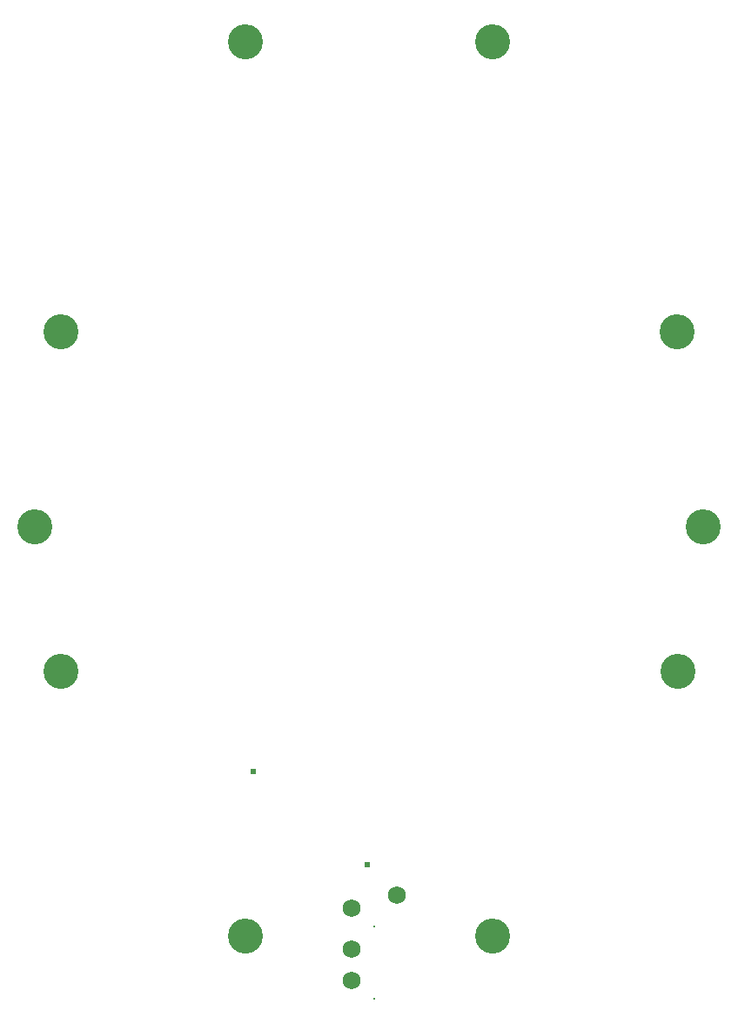
<source format=gbs>
G04*
G04 #@! TF.GenerationSoftware,Altium Limited,Altium Designer,24.2.2 (26)*
G04*
G04 Layer_Color=16711935*
%FSLAX44Y44*%
%MOMM*%
G71*
G04*
G04 #@! TF.SameCoordinates,0F374588-2137-43C4-A123-4C8396255DE2*
G04*
G04*
G04 #@! TF.FilePolarity,Negative*
G04*
G01*
G75*
%ADD11C,1.7272*%
%ADD12C,0.2032*%
%ADD13C,3.4032*%
%ADD14C,0.6032*%
D11*
X678230Y259410D02*
D03*
Y329410D02*
D03*
X722230Y342410D02*
D03*
X678230Y289410D02*
D03*
D12*
X700230Y241410D02*
D03*
Y311410D02*
D03*
D13*
X814947Y1171530D02*
D03*
X574945D02*
D03*
X574947Y301822D02*
D03*
X814947D02*
D03*
X394947Y560000D02*
D03*
X369947Y700000D02*
D03*
X394900Y889755D02*
D03*
X994947D02*
D03*
X1020000Y700000D02*
D03*
X995000Y560000D02*
D03*
D14*
X693000Y372000D02*
D03*
X582000Y462000D02*
D03*
M02*

</source>
